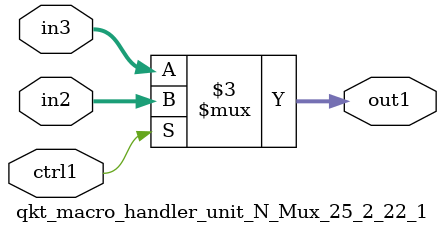
<source format=v>

`timescale 1ps / 1ps


module qkt_macro_handler_unit_N_Mux_25_2_22_1( in3, in2, ctrl1, out1 );

    input [24:0] in3;
    input [24:0] in2;
    input ctrl1;
    output [24:0] out1;
    reg [24:0] out1;

    
    // rtl_process:qkt_macro_handler_unit_N_Mux_25_2_22_1/qkt_macro_handler_unit_N_Mux_25_2_22_1_thread_1
    always @*
      begin : qkt_macro_handler_unit_N_Mux_25_2_22_1_thread_1
        case (ctrl1) 
          1'b1: 
            begin
              out1 = in2;
            end
          default: 
            begin
              out1 = in3;
            end
        endcase
      end

endmodule



</source>
